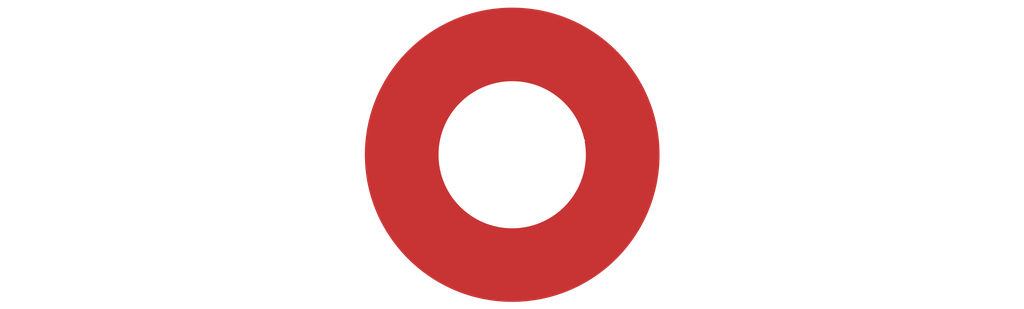
<source format=kicad_pcb>
(kicad_pcb (version 20240108) (generator pcbnew)
  (layers (0 "F.Cu" signal) (31 "B.Cu" signal) (34 "B.Paste" user) (35 "F.Paste" user) (36 "B.SilkS" user "B.Silkscreen") (37 "F.SilkS" user "F.Silkscreen") (38 "B.Mask" user) (39 "F.Mask" user) (44 "Edge.Cuts" user))
  (net 0 "")
  (footprint "MountingHole_5.3mm_M5_Pad_TopOnly" (layer "F.Cu") (at 0 0)
    (property "Reference" "REF**")
    (property "Value" "MountingHole_5.3mm_M5_Pad_TopOnly")
    (pad "1" thru_hole circle (at 0 0) (size 5.7 5.7) (drill 5.3) (layers *.Cu *.Mask) (remove_unused_layers))
    (pad "1" connect circle (at 0 0) (size 10.6 10.6) (layers "F.Cu" "F.Mask"))
  )
)
</source>
